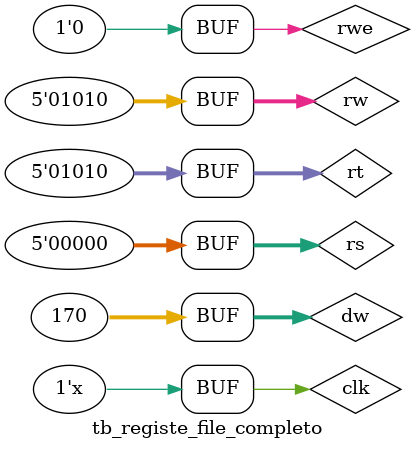
<source format=v>
`timescale 1ns / 1ps

module tb_registe_file_completo;

	// Inputs
	reg [4:0] rs;
	reg [31:0] dw;
	reg [4:0] rw;
	reg rwe;
	reg clk;
	reg [4:0] rt;
	
	// Outputs
	wire [31:0] crs;
	wire [31:0] crt;

	// Instantiate the Unit Under Test (UUT)
	Register_File uut (
		.rs(rs), 
		.dw(dw), 
		.rw(rw), 
		.rwe(rwe), 
		.clk(clk), 
		.rt(rt), 
		.crs(crs), 
		.crt(crt)
	);
	
	always begin
	#10 clk = ~clk;
	end

	initial begin
		// Initialize Inputs
		rs = 0;
		dw = 0;
		rw = 0;
		rwe = 0;
		clk = 0;
		rt = 0;

		// Wait 100 ns for global reset to finish
		#100;
			rwe = 1;
			rs = 5'b00001;
			dw = 32'b011100001101;
			rw = 5'b00000;
			rt = 5'b00100;
      #100
			rwe = 0;
			rs = 5'b00000;						
			rt = 5'b00000;
		#100
			rwe = 1;
			rs = 5'b01000;
			dw = 32'b010101010;
			rw = 5'b01010;
			rt = 5'b00100;
		#100
			rwe = 0;
			rs = 5'b00000;						
			rt = 5'b01010;
		#5
			$display("HOLA MUNDO");
		// Add stimulus here

	end
      
endmodule


</source>
